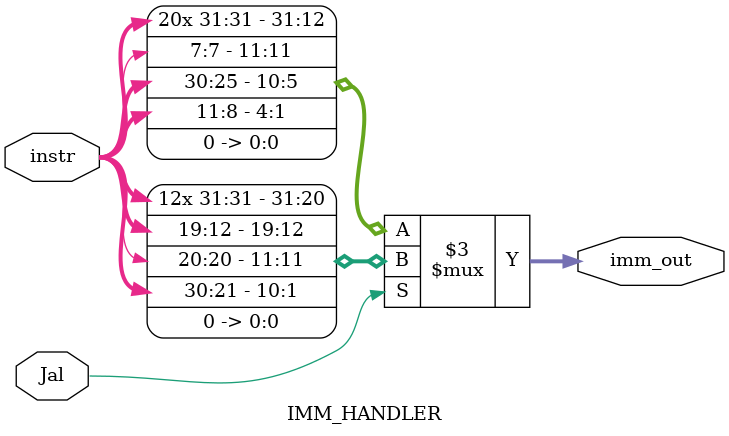
<source format=v>
module IMM_HANDLER(
    output reg [31:0] imm_out,
    input wire Jal,
    input wire[31:0] instr
    );
    
    always @(*) begin
    // For j-type
        if (Jal) begin
            // 13 bits
            imm_out = {{12{instr[31]}}, instr[31], instr[19:12], instr[20], instr[30:21], 1'b0};
            // $display("Imm_out_JAL:%d", imm_out);
        end
        else begin
            // 21 bits
            // imm_out = {{19{instr[24]}}, instr[24], instr[12:5], instr[13], instr[23:14], 1'b0};
            // Branch
            imm_out = {{19{instr[31]}}, instr[31], instr[7], instr[30:25], instr[11:8], 1'b0};
            // $display("Imm_out_B:%d", imm_out);
        end
    end
endmodule
</source>
